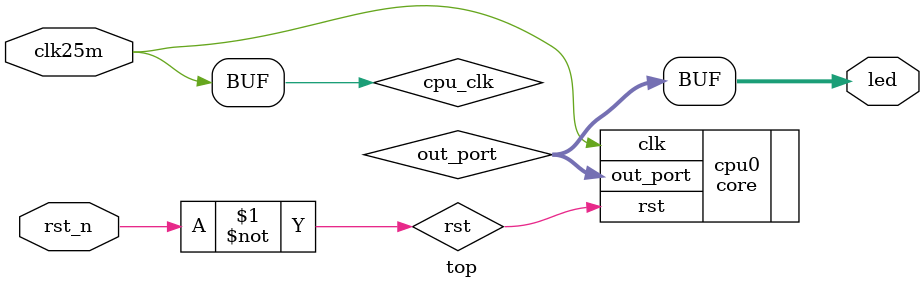
<source format=v>
`timescale 1ns/1ps

module top (
  input  wire        clk25m,  // 25 MHz oscillator on Tang Nano 9K
  input  wire        rst_n,   // Active-low pushbutton
  output wire [7:0]  led      // 8 user LEDs
);

  // Invert rst_n (active low) → internal active-high reset
  wire rst = ~rst_n;

  // Use the 25 MHz clock directly for the CPU
  wire cpu_clk = clk25m;

  // Wire from CPU: 8-bit output port
  wire [7:0] out_port;

  // Instantiate the CPU core
  core cpu0 (
    .clk      (cpu_clk),
    .rst      (rst),
    .out_port (out_port)
  );

  // Drive the 8 LEDs with the CPU's out_port
  assign led = out_port;

endmodule

</source>
